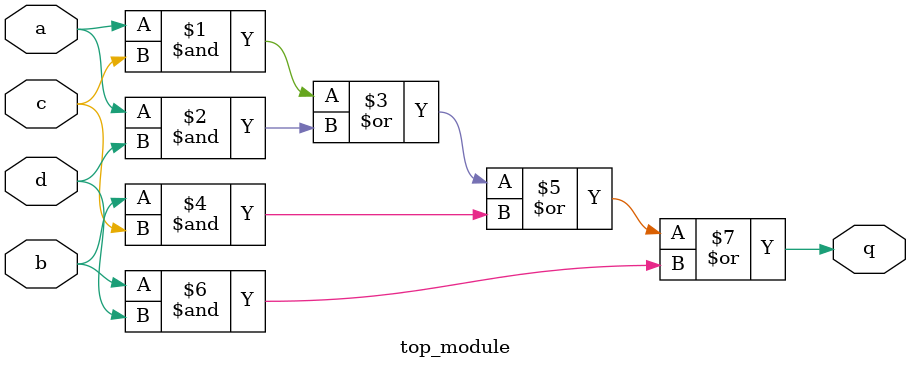
<source format=v>
module top_module (
    input a,
    input b,
    input c,
    input d,
    output q );//

    assign q = a&c | a&d | b&c | b&d;

endmodule

</source>
